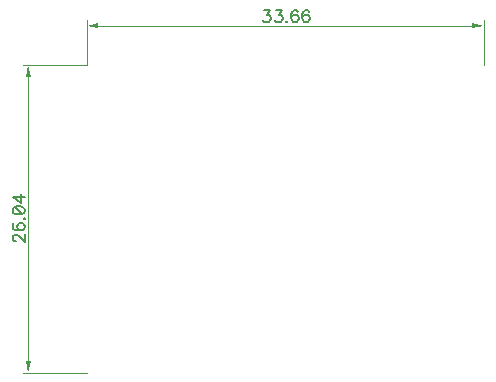
<source format=gbr>
G04 DipTrace 3.1.0.1*
G04 Âåõíèéðàçìåð.gbr*
%MOIN*%
G04 #@! TF.FileFunction,Drawing,Top*
G04 #@! TF.Part,Single*
%ADD13C,0.001378*%
%ADD57C,0.006176*%
%FSLAX26Y26*%
G04*
G70*
G90*
G75*
G01*
G04 TopDimension*
%LPD*%
D13*
X0Y150949D1*
X1325139Y0D2*
Y150949D1*
X662570Y131264D2*
X39370D1*
G36*
X0D2*
X39370Y139138D1*
Y123390D1*
X0Y131264D1*
G37*
X662570D2*
D13*
X1285769D1*
G36*
X1325139D2*
X1285769Y123390D1*
Y139138D1*
X1325139Y131264D1*
G37*
X0Y0D2*
D13*
X-213455D1*
X0Y-1025108D2*
X-213455D1*
X-193770Y-512554D2*
Y-39370D1*
G36*
Y0D2*
X-185896Y-39370D1*
X-201644D1*
X-193770Y0D1*
G37*
Y-512554D2*
D13*
Y-985738D1*
G36*
Y-1025108D2*
X-201644Y-985738D1*
X-185896D1*
X-193770Y-1025108D1*
G37*
X591234Y183622D2*
D57*
X612237D1*
X600785Y168324D1*
X606533D1*
X610335Y166422D1*
X612237Y164521D1*
X614182Y158773D1*
Y154971D1*
X612237Y149223D1*
X608434Y145376D1*
X602686Y143475D1*
X596938D1*
X591234Y145376D1*
X589333Y147321D1*
X587387Y151124D1*
X630380Y183622D2*
X651383D1*
X639931Y168324D1*
X645679D1*
X649481Y166422D1*
X651383Y164521D1*
X653328Y158773D1*
Y154971D1*
X651383Y149223D1*
X647580Y145376D1*
X641832Y143475D1*
X636084D1*
X630380Y145376D1*
X628479Y147321D1*
X626533Y151124D1*
X667581Y147321D2*
X665680Y145376D1*
X667581Y143475D1*
X669526Y145376D1*
X667581Y147321D1*
X704826Y177919D2*
X702924Y181721D1*
X697176Y183622D1*
X693374D1*
X687626Y181721D1*
X683779Y175973D1*
X681878Y166422D1*
Y156872D1*
X683779Y149223D1*
X687626Y145376D1*
X693374Y143475D1*
X695275D1*
X700979Y145376D1*
X704826Y149223D1*
X706727Y154971D1*
Y156872D1*
X704826Y162620D1*
X700979Y166422D1*
X695275Y168324D1*
X693374D1*
X687626Y166422D1*
X683779Y162620D1*
X681878Y156872D1*
X742026Y177919D2*
X740125Y181721D1*
X734377Y183622D1*
X730574D1*
X724826Y181721D1*
X720980Y175973D1*
X719078Y166422D1*
Y156872D1*
X720980Y149223D1*
X724826Y145376D1*
X730574Y143475D1*
X732476D1*
X738179Y145376D1*
X742026Y149223D1*
X743927Y154971D1*
Y156872D1*
X742026Y162620D1*
X738179Y166422D1*
X732476Y168324D1*
X730574D1*
X724826Y166422D1*
X720980Y162620D1*
X719078Y156872D1*
X-236578Y-587714D2*
X-238480D1*
X-242326Y-585813D1*
X-244228Y-583911D1*
X-246129Y-580065D1*
Y-572415D1*
X-244228Y-568613D1*
X-242326Y-566711D1*
X-238480Y-564766D1*
X-234677D1*
X-230830Y-566711D1*
X-225126Y-570514D1*
X-205981Y-589659D1*
Y-562865D1*
X-240425Y-527565D2*
X-244228Y-529467D1*
X-246129Y-535215D1*
Y-539017D1*
X-244228Y-544765D1*
X-238480Y-548612D1*
X-228929Y-550513D1*
X-219378D1*
X-211729Y-548612D1*
X-207882Y-544765D1*
X-205981Y-539017D1*
Y-537116D1*
X-207882Y-531412D1*
X-211729Y-527565D1*
X-217477Y-525664D1*
X-219378D1*
X-225126Y-527565D1*
X-228929Y-531412D1*
X-230830Y-537116D1*
Y-539017D1*
X-228929Y-544765D1*
X-225126Y-548612D1*
X-219378Y-550513D1*
X-209828Y-511411D2*
X-207882Y-513313D1*
X-205981Y-511411D1*
X-207882Y-509466D1*
X-209828Y-511411D1*
X-246129Y-485618D2*
X-244228Y-491367D1*
X-238480Y-495213D1*
X-228929Y-497115D1*
X-223181D1*
X-213630Y-495213D1*
X-207882Y-491367D1*
X-205981Y-485618D1*
Y-481816D1*
X-207882Y-476068D1*
X-213630Y-472265D1*
X-223181Y-470320D1*
X-228929D1*
X-238480Y-472265D1*
X-244228Y-476068D1*
X-246129Y-481816D1*
Y-485618D1*
X-238480Y-472265D2*
X-213630Y-495213D1*
X-205981Y-438823D2*
X-246129D1*
X-219378Y-457968D1*
Y-429273D1*
M02*

</source>
